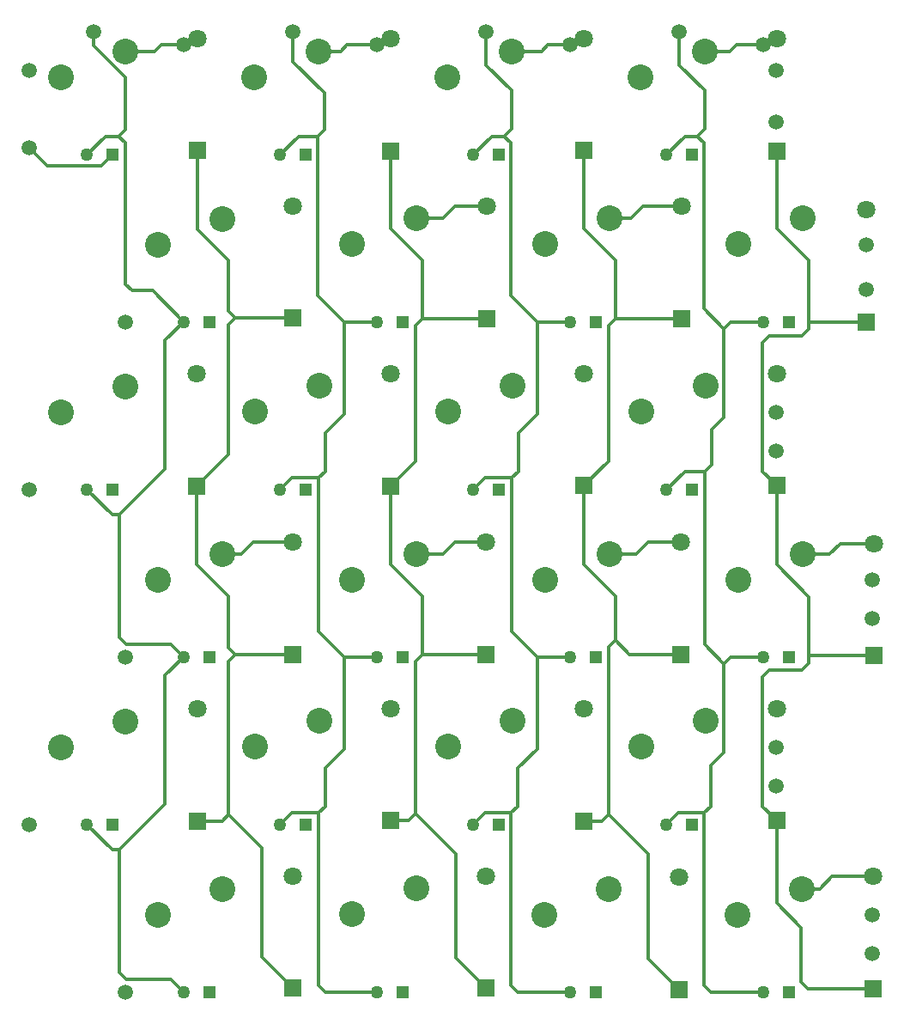
<source format=gbl>
G04 DipTrace 2.1.9.2*
%INBottom.gbr*%
%MOIN*%
%ADD10C,0.0098*%
%ADD11C,0.006*%
%ADD12C,0.003*%
%ADD13C,0.013*%
%ADD14C,0.1*%
%ADD15R,0.0709X0.0709*%
%ADD16C,0.0709*%
%ADD17C,0.05*%
%ADD18R,0.05X0.05*%
%ADD19C,0.0591*%
%ADD20C,0.157*%
%ADD21C,0.067*%
%ADD22C,0.0472*%
%ADD23C,0.028*%
%ADD24C,0.0354*%
%ADD25C,0.008*%
%ADD26C,0.0511*%
%ADD27R,0.058X0.058*%
%ADD28R,0.042X0.042*%
%ADD29C,0.058*%
%ADD30C,0.042*%
%ADD31C,0.0789*%
%ADD32C,0.0629*%
%ADD33R,0.0789X0.0789*%
%ADD34R,0.0629X0.0629*%
%ADD35C,0.108*%
%ADD36C,0.092*%
%ADD37C,0.0077*%
%FSLAX44Y44*%
%SFA1B1*%
%OFA0B0*%
G04*
G70*
G90*
G75*
G01*
%LNBottom*%
%LPD*%
X6500Y38000D2*
D13*
X5622D1*
X5372Y37750D1*
X4250D1*
X14000Y38000D2*
X12850D1*
X12600Y37750D1*
X11750D1*
X21500Y38000D2*
X20645D1*
X20395Y37750D1*
X19250D1*
X29000Y38000D2*
X27957D1*
X27707Y37750D1*
X26750D1*
X23025Y18250D2*
X24070D1*
X24520Y18700D1*
X25800D1*
X8000Y18250D2*
X8736D1*
X9187Y18700D1*
X10750D1*
X29525Y33875D2*
Y30875D1*
X30765Y29635D1*
Y27250D1*
Y26961D1*
X30505Y26701D1*
X29236D1*
X28976Y26441D1*
Y21449D1*
X29525Y20900D1*
Y17825D1*
X30765Y16585D1*
Y14300D1*
Y14011D1*
X30505Y13751D1*
X29236D1*
X28976Y13491D1*
Y8449D1*
X29525Y7900D1*
X30765Y27250D2*
X33000D1*
X29525Y7900D2*
Y4708D1*
X30480Y3753D1*
Y1635D1*
X30740Y1375D1*
X33275D1*
X30765Y14300D2*
X33300D1*
X22025Y33900D2*
Y30875D1*
X23265Y29635D1*
Y27375D1*
X23005Y27115D1*
Y21855D1*
X22050Y20900D1*
Y17838D1*
X23265Y16623D1*
Y14899D1*
X23005Y14639D1*
Y8135D1*
X24530Y6610D1*
Y2545D1*
X25725Y1350D1*
X23265Y27375D2*
X25825D1*
X23005Y8135D2*
X22745Y7875D1*
X22025D1*
X23265Y14899D2*
X23814Y14350D1*
X25800D1*
X14525Y33875D2*
Y30875D1*
X15765Y29635D1*
Y27375D1*
X15505Y27115D1*
Y21830D1*
X14550Y20875D1*
X15765Y27375D2*
X18275D1*
X14550Y20875D2*
Y17838D1*
X15765Y16623D1*
Y14350D1*
X15505Y14090D1*
Y8160D1*
X17055Y6610D1*
Y2570D1*
X18225Y1400D1*
X15505Y8160D2*
X15245Y7900D1*
X14550D1*
X15765Y14350D2*
X18225D1*
X7050Y33900D2*
Y30827D1*
X8245Y29632D1*
Y27660D1*
X8505Y27400D1*
X8245Y27140D1*
Y22120D1*
X7000Y20875D1*
Y17853D1*
X8245Y16608D1*
Y14610D1*
X8505Y14350D1*
X8245Y14090D1*
Y8135D1*
X9530Y6850D1*
Y2620D1*
X10750Y1400D1*
X8505Y27400D2*
X10750D1*
X8245Y8135D2*
X7985Y7875D1*
X7025D1*
X8505Y14350D2*
X10750D1*
X15525Y31275D2*
X16570D1*
X17020Y31725D1*
X18275D1*
X23025Y31275D2*
X23874D1*
X24324Y31725D1*
X25825D1*
X15525Y18250D2*
X16570D1*
X17020Y18700D1*
X18225D1*
X30525Y18225D2*
X31582D1*
X32008Y18650D1*
X33300D1*
X30500Y5250D2*
X31195D1*
X31670Y5725D1*
X33275D1*
X3750Y33750D2*
X3305Y33305D1*
X1195D1*
X500Y34000D1*
X25250Y20750D2*
X25955Y21455D1*
X26735D1*
Y14725D1*
X27470Y13990D1*
Y10555D1*
X26970Y10055D1*
Y8455D1*
X26710Y8195D1*
Y1510D1*
X26970Y1250D1*
X29000D1*
X25750Y38500D2*
Y37220D1*
X26730Y36240D1*
Y34750D1*
X26435Y34455D1*
X26695Y34195D1*
Y27765D1*
X27470Y26990D1*
X27730Y27250D1*
X29000D1*
X26435Y34455D2*
X25955D1*
X25250Y33750D1*
X26710Y8195D2*
X25695D1*
X25250Y7750D1*
X27470Y13990D2*
X27730Y14250D1*
X29000D1*
X26735Y21455D2*
X26995Y21715D1*
Y23067D1*
X27470Y23542D1*
Y26990D1*
X18250Y38500D2*
Y37220D1*
X19230Y36240D1*
Y34750D1*
X18935Y34455D1*
X19195Y34195D1*
Y28285D1*
X20230Y27250D1*
Y23672D1*
X19495Y22937D1*
Y21455D1*
X19235Y21195D1*
Y15245D1*
X20230Y14250D1*
Y10685D1*
X19470Y9925D1*
Y8455D1*
X19210Y8195D1*
Y1510D1*
X19470Y1250D1*
X21500D1*
X20230Y27250D2*
X21500D1*
X18935Y34455D2*
X18455D1*
X17750Y33750D1*
X19235Y21195D2*
X18195D1*
X17750Y20750D1*
X19210Y8195D2*
X18195D1*
X17750Y7750D1*
X20230Y14250D2*
X21500D1*
X10750Y38500D2*
Y37332D1*
X11955Y36127D1*
Y34715D1*
X11695Y34455D1*
Y28285D1*
X12730Y27250D1*
Y23672D1*
X11995Y22937D1*
Y21455D1*
X11735Y21195D1*
Y15245D1*
X12730Y14250D1*
Y10673D1*
X11995Y9938D1*
Y8455D1*
X11735Y8195D1*
Y1510D1*
X11995Y1250D1*
X14000D1*
X12730Y27250D2*
X14000D1*
X11695Y34455D2*
X10955D1*
X10250Y33750D1*
X11735Y21195D2*
X10695D1*
X10250Y20750D1*
X11735Y8195D2*
X10695D1*
X10250Y7750D1*
X12730Y14250D2*
X14000D1*
X3000Y38500D2*
Y37960D1*
X4230Y36730D1*
Y34715D1*
X3970Y34455D1*
X4230Y34195D1*
Y28720D1*
X4490Y28460D1*
X5290D1*
X6500Y27250D1*
X3970Y34455D2*
X3455D1*
X2750Y33750D1*
X6500Y27250D2*
X5780Y26530D1*
Y21530D1*
X4011Y19761D1*
Y15000D1*
X4271Y14740D1*
X6010D1*
X6500Y14250D1*
X5780Y13530D1*
Y8530D1*
X4011Y6761D1*
Y2000D1*
X4271Y1740D1*
X6010D1*
X6500Y1250D1*
X4011Y6761D2*
X3739D1*
X2750Y7750D1*
X4011Y19761D2*
X3739D1*
X2750Y20750D1*
D14*
X1750Y36750D3*
X4250Y37750D3*
X9250Y36750D3*
X11750Y37750D3*
X16750Y36750D3*
X19250Y37750D3*
X24250Y36750D3*
X26750Y37750D3*
D15*
X7050Y33900D3*
D16*
Y38250D3*
D15*
X14525Y33875D3*
D16*
Y38225D3*
D15*
X22025Y33900D3*
D16*
Y38250D3*
D15*
X29525Y33875D3*
D16*
Y38225D3*
D14*
X5500Y30250D3*
X8000Y31250D3*
X13025Y30275D3*
X15525Y31275D3*
X20525Y30275D3*
X23025Y31275D3*
X28025Y30275D3*
X30525Y31275D3*
D15*
X10750Y27400D3*
D16*
Y31750D3*
D15*
X18275Y27375D3*
D16*
Y31725D3*
D15*
X25825Y27375D3*
D16*
Y31725D3*
D15*
X33000Y27250D3*
D16*
Y31600D3*
D14*
X1750Y23750D3*
X4250Y24750D3*
X9275Y23775D3*
X11775Y24775D3*
X16775Y23775D3*
X19275Y24775D3*
X24275Y23775D3*
X26775Y24775D3*
D15*
X7000Y20875D3*
D16*
Y25225D3*
D15*
X14550Y20875D3*
D16*
Y25225D3*
D15*
X22050Y20900D3*
D16*
Y25250D3*
D15*
X29525Y20900D3*
D16*
Y25250D3*
D14*
X5500Y17250D3*
X8000Y18250D3*
X13025Y17250D3*
X15525Y18250D3*
X20525Y17250D3*
X23025Y18250D3*
X28025Y17225D3*
X30525Y18225D3*
D15*
X10750Y14350D3*
D16*
Y18700D3*
D15*
X18225Y14350D3*
D16*
Y18700D3*
D15*
X25800Y14350D3*
D16*
Y18700D3*
D15*
X33300Y14300D3*
D16*
Y18650D3*
D14*
X1750Y10750D3*
X4250Y11750D3*
X9275Y10775D3*
X11775Y11775D3*
X16775Y10775D3*
X19275Y11775D3*
X24275Y10775D3*
X26775Y11775D3*
D15*
X7025Y7875D3*
D16*
Y12225D3*
D15*
X14550Y7900D3*
D16*
Y12250D3*
D15*
X22025Y7875D3*
D16*
Y12225D3*
D15*
X29525Y7900D3*
D16*
Y12250D3*
D14*
X5500Y4250D3*
X8000Y5250D3*
X13025Y4275D3*
X15525Y5275D3*
X20500Y4225D3*
X23000Y5225D3*
X28000Y4250D3*
X30500Y5250D3*
D15*
X10750Y1400D3*
D16*
Y5750D3*
D15*
X18225Y1400D3*
D16*
Y5750D3*
D15*
X25725Y1350D3*
D16*
Y5700D3*
D15*
X33275Y1375D3*
D16*
Y5725D3*
D17*
X2750Y33750D3*
D18*
X3750D3*
D17*
X10250D3*
D18*
X11250D3*
D17*
X17750D3*
D18*
X18750D3*
D17*
X25250D3*
D18*
X26250D3*
D17*
X6500Y27250D3*
D18*
X7500D3*
D17*
X14000D3*
D18*
X15000D3*
D17*
X21500D3*
D18*
X22500D3*
D17*
X29000D3*
D18*
X30000D3*
D17*
X2750Y20750D3*
D18*
X3750D3*
D17*
X10250D3*
D18*
X11250D3*
D17*
X17750D3*
D18*
X18750D3*
D17*
X25250D3*
D18*
X26250D3*
D17*
X6500Y14250D3*
D18*
X7500D3*
D17*
X14000D3*
D18*
X15000D3*
D17*
X21500D3*
D18*
X22500D3*
D17*
X29000D3*
D18*
X30000D3*
D17*
X2750Y7750D3*
D18*
X3750D3*
D17*
X10250D3*
D18*
X11250D3*
D17*
X17750D3*
D18*
X18750D3*
D17*
X25250D3*
D18*
X26250D3*
D17*
X6500Y1250D3*
D18*
X7500D3*
D17*
X14000D3*
D18*
X15000D3*
D17*
X21500D3*
D18*
X22500D3*
D17*
X29000D3*
D18*
X30000D3*
D19*
X6500Y38000D3*
X14000D3*
X21500D3*
X29000D3*
X500Y37000D3*
X29500D3*
X500Y34000D3*
X3000Y38500D3*
X10750D3*
X18250D3*
X25750D3*
X4250Y27250D3*
X500Y20750D3*
X4250Y14250D3*
X500Y7750D3*
X4250Y1250D3*
X33000Y30250D3*
X29500Y23750D3*
X33250Y17250D3*
X29500Y10750D3*
X33250Y4250D3*
X29500Y35000D3*
X33000Y28500D3*
X29500Y22250D3*
X33250Y15750D3*
X29500Y9250D3*
X33250Y2750D3*
M02*

</source>
